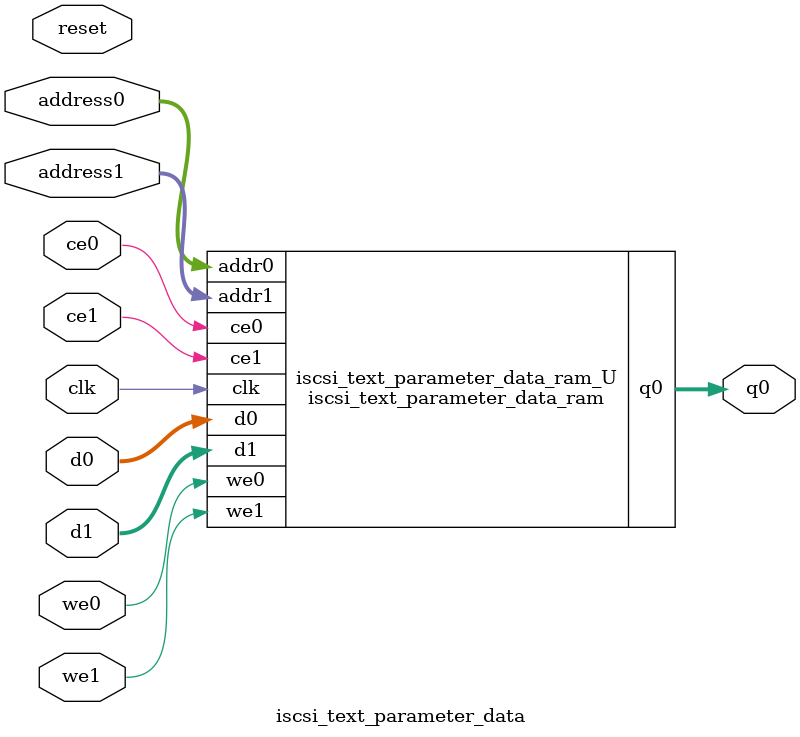
<source format=v>
`timescale 1 ns / 1 ps
module iscsi_text_parameter_data_ram (addr0, ce0, d0, we0, q0, addr1, ce1, d1, we1,  clk);

parameter DWIDTH = 8;
parameter AWIDTH = 13;
parameter MEM_SIZE = 8192;

input[AWIDTH-1:0] addr0;
input ce0;
input[DWIDTH-1:0] d0;
input we0;
output reg[DWIDTH-1:0] q0;
input[AWIDTH-1:0] addr1;
input ce1;
input[DWIDTH-1:0] d1;
input we1;
input clk;

(* ram_style = "block" *)reg [DWIDTH-1:0] ram[0:MEM_SIZE-1];




always @(posedge clk)  
begin 
    if (ce0) 
    begin
        if (we0) 
        begin 
            ram[addr0] <= d0; 
        end 
        q0 <= ram[addr0];
    end
end


always @(posedge clk)  
begin 
    if (ce1) 
    begin
        if (we1) 
        begin 
            ram[addr1] <= d1; 
        end 
    end
end


endmodule

`timescale 1 ns / 1 ps
module iscsi_text_parameter_data(
    reset,
    clk,
    address0,
    ce0,
    we0,
    d0,
    q0,
    address1,
    ce1,
    we1,
    d1);

parameter DataWidth = 32'd8;
parameter AddressRange = 32'd8192;
parameter AddressWidth = 32'd13;
input reset;
input clk;
input[AddressWidth - 1:0] address0;
input ce0;
input we0;
input[DataWidth - 1:0] d0;
output[DataWidth - 1:0] q0;
input[AddressWidth - 1:0] address1;
input ce1;
input we1;
input[DataWidth - 1:0] d1;



iscsi_text_parameter_data_ram iscsi_text_parameter_data_ram_U(
    .clk( clk ),
    .addr0( address0 ),
    .ce0( ce0 ),
    .we0( we0 ),
    .d0( d0 ),
    .q0( q0 ),
    .addr1( address1 ),
    .ce1( ce1 ),
    .we1( we1 ),
    .d1( d1 ));

endmodule


</source>
